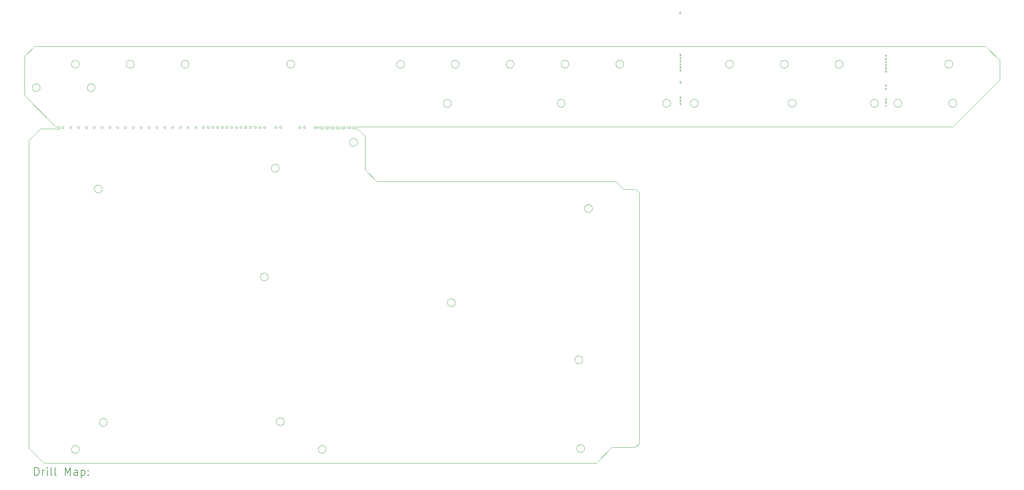
<source format=gbr>
%TF.GenerationSoftware,KiCad,Pcbnew,8.0.3-1.fc40*%
%TF.CreationDate,2024-06-20T20:23:44-04:00*%
%TF.ProjectId,sampler_split_sensor,73616d70-6c65-4725-9f73-706c69745f73,rev?*%
%TF.SameCoordinates,Original*%
%TF.FileFunction,Drillmap*%
%TF.FilePolarity,Positive*%
%FSLAX45Y45*%
G04 Gerber Fmt 4.5, Leading zero omitted, Abs format (unit mm)*
G04 Created by KiCad (PCBNEW 8.0.3-1.fc40) date 2024-06-20 20:23:44*
%MOMM*%
%LPD*%
G01*
G04 APERTURE LIST*
%ADD10C,0.050000*%
%ADD11C,0.200000*%
G04 APERTURE END LIST*
D10*
X2708284Y-5221716D02*
G75*
G02*
X2651716Y-5221716I-28284J0D01*
G01*
X2651716Y-5221716D02*
G75*
G02*
X2708284Y-5221716I28284J0D01*
G01*
X2508284Y-5221716D02*
G75*
G02*
X2451716Y-5221716I-28284J0D01*
G01*
X2451716Y-5221716D02*
G75*
G02*
X2508284Y-5221716I28284J0D01*
G01*
X2308284Y-5221716D02*
G75*
G02*
X2251716Y-5221716I-28284J0D01*
G01*
X2251716Y-5221716D02*
G75*
G02*
X2308284Y-5221716I28284J0D01*
G01*
X3308284Y-5221716D02*
G75*
G02*
X3251716Y-5221716I-28284J0D01*
G01*
X3251716Y-5221716D02*
G75*
G02*
X3308284Y-5221716I28284J0D01*
G01*
X3108284Y-5221716D02*
G75*
G02*
X3051716Y-5221716I-28284J0D01*
G01*
X3051716Y-5221716D02*
G75*
G02*
X3108284Y-5221716I28284J0D01*
G01*
X2908284Y-5221716D02*
G75*
G02*
X2851716Y-5221716I-28284J0D01*
G01*
X2851716Y-5221716D02*
G75*
G02*
X2908284Y-5221716I28284J0D01*
G01*
X3908284Y-5221716D02*
G75*
G02*
X3851716Y-5221716I-28284J0D01*
G01*
X3851716Y-5221716D02*
G75*
G02*
X3908284Y-5221716I28284J0D01*
G01*
X3708284Y-5221716D02*
G75*
G02*
X3651716Y-5221716I-28284J0D01*
G01*
X3651716Y-5221716D02*
G75*
G02*
X3708284Y-5221716I28284J0D01*
G01*
X3508284Y-5221716D02*
G75*
G02*
X3451716Y-5221716I-28284J0D01*
G01*
X3451716Y-5221716D02*
G75*
G02*
X3508284Y-5221716I28284J0D01*
G01*
X4508284Y-5221716D02*
G75*
G02*
X4451716Y-5221716I-28284J0D01*
G01*
X4451716Y-5221716D02*
G75*
G02*
X4508284Y-5221716I28284J0D01*
G01*
X4308284Y-5221716D02*
G75*
G02*
X4251716Y-5221716I-28284J0D01*
G01*
X4251716Y-5221716D02*
G75*
G02*
X4308284Y-5221716I28284J0D01*
G01*
X4108284Y-5221716D02*
G75*
G02*
X4051716Y-5221716I-28284J0D01*
G01*
X4051716Y-5221716D02*
G75*
G02*
X4108284Y-5221716I28284J0D01*
G01*
X5108284Y-5221716D02*
G75*
G02*
X5051716Y-5221716I-28284J0D01*
G01*
X5051716Y-5221716D02*
G75*
G02*
X5108284Y-5221716I28284J0D01*
G01*
X4908284Y-5221716D02*
G75*
G02*
X4851716Y-5221716I-28284J0D01*
G01*
X4851716Y-5221716D02*
G75*
G02*
X4908284Y-5221716I28284J0D01*
G01*
X4708284Y-5221716D02*
G75*
G02*
X4651716Y-5221716I-28284J0D01*
G01*
X4651716Y-5221716D02*
G75*
G02*
X4708284Y-5221716I28284J0D01*
G01*
X5310000Y-5220000D02*
G75*
G02*
X5253432Y-5220000I-28284J0D01*
G01*
X5253432Y-5220000D02*
G75*
G02*
X5310000Y-5220000I28284J0D01*
G01*
X5510000Y-5220000D02*
G75*
G02*
X5453432Y-5220000I-28284J0D01*
G01*
X5453432Y-5220000D02*
G75*
G02*
X5510000Y-5220000I28284J0D01*
G01*
X5710000Y-5220000D02*
G75*
G02*
X5653431Y-5220000I-28284J0D01*
G01*
X5653431Y-5220000D02*
G75*
G02*
X5710000Y-5220000I28284J0D01*
G01*
X6018284Y-5220000D02*
G75*
G02*
X5961716Y-5220000I-28284J0D01*
G01*
X5961716Y-5220000D02*
G75*
G02*
X6018284Y-5220000I28284J0D01*
G01*
X5896568Y-5220000D02*
G75*
G02*
X5840000Y-5220000I-28284J0D01*
G01*
X5840000Y-5220000D02*
G75*
G02*
X5896568Y-5220000I28284J0D01*
G01*
X6136568Y-5220000D02*
G75*
G02*
X6080000Y-5220000I-28284J0D01*
G01*
X6080000Y-5220000D02*
G75*
G02*
X6136568Y-5220000I28284J0D01*
G01*
X6376568Y-5220000D02*
G75*
G02*
X6320000Y-5220000I-28284J0D01*
G01*
X6320000Y-5220000D02*
G75*
G02*
X6376568Y-5220000I28284J0D01*
G01*
X6258284Y-5220000D02*
G75*
G02*
X6201716Y-5220000I-28284J0D01*
G01*
X6201716Y-5220000D02*
G75*
G02*
X6258284Y-5220000I28284J0D01*
G01*
X6498284Y-5220000D02*
G75*
G02*
X6441716Y-5220000I-28284J0D01*
G01*
X6441716Y-5220000D02*
G75*
G02*
X6498284Y-5220000I28284J0D01*
G01*
X6616568Y-5220000D02*
G75*
G02*
X6560000Y-5220000I-28284J0D01*
G01*
X6560000Y-5220000D02*
G75*
G02*
X6616568Y-5220000I28284J0D01*
G01*
X6856568Y-5220000D02*
G75*
G02*
X6800000Y-5220000I-28284J0D01*
G01*
X6800000Y-5220000D02*
G75*
G02*
X6856568Y-5220000I28284J0D01*
G01*
X6738284Y-5220000D02*
G75*
G02*
X6681716Y-5220000I-28284J0D01*
G01*
X6681716Y-5220000D02*
G75*
G02*
X6738284Y-5220000I28284J0D01*
G01*
X6978284Y-5220000D02*
G75*
G02*
X6921716Y-5220000I-28284J0D01*
G01*
X6921716Y-5220000D02*
G75*
G02*
X6978284Y-5220000I28284J0D01*
G01*
X7098284Y-5220000D02*
G75*
G02*
X7041716Y-5220000I-28284J0D01*
G01*
X7041716Y-5220000D02*
G75*
G02*
X7098284Y-5220000I28284J0D01*
G01*
X7220000Y-5220000D02*
G75*
G02*
X7163431Y-5220000I-28284J0D01*
G01*
X7163431Y-5220000D02*
G75*
G02*
X7220000Y-5220000I28284J0D01*
G01*
X7338284Y-5220000D02*
G75*
G02*
X7281716Y-5220000I-28284J0D01*
G01*
X7281716Y-5220000D02*
G75*
G02*
X7338284Y-5220000I28284J0D01*
G01*
X7460000Y-5220000D02*
G75*
G02*
X7403431Y-5220000I-28284J0D01*
G01*
X7403431Y-5220000D02*
G75*
G02*
X7460000Y-5220000I28284J0D01*
G01*
X7748284Y-5220000D02*
G75*
G02*
X7691716Y-5220000I-28284J0D01*
G01*
X7691716Y-5220000D02*
G75*
G02*
X7748284Y-5220000I28284J0D01*
G01*
X7870000Y-5220000D02*
G75*
G02*
X7813431Y-5220000I-28284J0D01*
G01*
X7813431Y-5220000D02*
G75*
G02*
X7870000Y-5220000I28284J0D01*
G01*
X8356568Y-5220000D02*
G75*
G02*
X8300000Y-5220000I-28284J0D01*
G01*
X8300000Y-5220000D02*
G75*
G02*
X8356568Y-5220000I28284J0D01*
G01*
X8478284Y-5220000D02*
G75*
G02*
X8421716Y-5220000I-28284J0D01*
G01*
X8421716Y-5220000D02*
G75*
G02*
X8478284Y-5220000I28284J0D01*
G01*
X8717678Y-5197322D02*
X8767678Y-5197322D01*
X8767678Y-5197322D02*
G75*
G02*
X8792678Y-5222322I0J-25000D01*
G01*
X8692678Y-5222322D02*
G75*
G02*
X8717678Y-5197322I25000J0D01*
G01*
X8717678Y-5247322D02*
G75*
G02*
X8692678Y-5222322I0J25000D01*
G01*
X8767678Y-5247322D02*
X8717678Y-5247322D01*
X8792678Y-5222322D02*
G75*
G02*
X8767678Y-5247322I-25000J0D01*
G01*
X8927322Y-5225000D02*
G75*
G02*
X8902322Y-5250000I-25000J0D01*
G01*
X9185000Y-5252678D02*
X9135000Y-5252678D01*
X8995000Y-5250000D02*
G75*
G02*
X8970000Y-5225000I0J25000D01*
G01*
X8970000Y-5225000D02*
G75*
G02*
X8995000Y-5199999I25000J0D01*
G01*
X8995000Y-5200000D02*
X9045000Y-5200000D01*
X9070000Y-5225000D02*
G75*
G02*
X9045000Y-5249999I-25000J0D01*
G01*
X9045000Y-5200000D02*
G75*
G02*
X9070000Y-5225000I2J-24998D01*
G01*
X9045000Y-5250000D02*
X8995000Y-5250000D01*
X9210000Y-5227678D02*
G75*
G02*
X9185000Y-5252678I-24999J0D01*
G01*
X8902322Y-5200000D02*
G75*
G02*
X8927322Y-5225000I0J-25000D01*
G01*
X9110000Y-5227678D02*
G75*
G02*
X9135000Y-5202678I25000J1D01*
G01*
X8852322Y-5250000D02*
G75*
G02*
X8827322Y-5225000I0J25000D01*
G01*
X8902322Y-5250000D02*
X8852322Y-5250000D01*
X8852322Y-5200000D02*
X8902322Y-5200000D01*
X9135000Y-5252678D02*
G75*
G02*
X9110000Y-5227678I0J25000D01*
G01*
X9185000Y-5202678D02*
G75*
G02*
X9210000Y-5227678I5J-24995D01*
G01*
X8827322Y-5225000D02*
G75*
G02*
X8852322Y-5200000I25000J0D01*
G01*
X9135000Y-5202678D02*
X9185000Y-5202678D01*
X9557678Y-5247322D02*
G75*
G02*
X9532678Y-5222322I0J25000D01*
G01*
X9532678Y-5222322D02*
G75*
G02*
X9557678Y-5197322I25000J0D01*
G01*
X9557678Y-5197322D02*
X9607678Y-5197322D01*
X9632678Y-5222322D02*
G75*
G02*
X9607678Y-5247322I-25000J0D01*
G01*
X9607678Y-5197322D02*
G75*
G02*
X9632678Y-5222322I0J-25000D01*
G01*
X9607678Y-5247322D02*
X9557678Y-5247322D01*
X9325000Y-5250000D02*
X9275000Y-5250000D01*
X9275000Y-5200000D02*
X9325000Y-5200000D01*
X9350000Y-5225000D02*
G75*
G02*
X9325000Y-5250000I-25000J0D01*
G01*
X9275000Y-5250000D02*
G75*
G02*
X9250000Y-5225000I0J25000D01*
G01*
X9325000Y-5200000D02*
G75*
G02*
X9350000Y-5225000I0J-25000D01*
G01*
X9250000Y-5225000D02*
G75*
G02*
X9275000Y-5200000I25000J0D01*
G01*
X9415000Y-5200000D02*
X9465000Y-5200000D01*
X9465000Y-5250000D02*
X9415000Y-5250000D01*
X9465000Y-5200000D02*
G75*
G02*
X9490000Y-5225000I0J-25000D01*
G01*
X9490000Y-5225000D02*
G75*
G02*
X9465000Y-5250000I-25000J0D01*
G01*
X9390000Y-5225000D02*
G75*
G02*
X9415000Y-5200000I25000J0D01*
G01*
X9415000Y-5250000D02*
G75*
G02*
X9390000Y-5225000I0J25000D01*
G01*
X2700000Y-3600000D02*
G75*
G02*
X2500000Y-3600000I-100000J0D01*
G01*
X2500000Y-3600000D02*
G75*
G02*
X2700000Y-3600000I100000J0D01*
G01*
X4100000Y-3600000D02*
G75*
G02*
X3900000Y-3600000I-100000J0D01*
G01*
X3900000Y-3600000D02*
G75*
G02*
X4100000Y-3600000I100000J0D01*
G01*
X5500000Y-3600000D02*
G75*
G02*
X5300000Y-3600000I-100000J0D01*
G01*
X5300000Y-3600000D02*
G75*
G02*
X5500000Y-3600000I100000J0D01*
G01*
X8200000Y-3600000D02*
G75*
G02*
X8000000Y-3600000I-100000J0D01*
G01*
X8000000Y-3600000D02*
G75*
G02*
X8200000Y-3600000I100000J0D01*
G01*
X11000000Y-3600000D02*
G75*
G02*
X10800000Y-3600000I-100000J0D01*
G01*
X10800000Y-3600000D02*
G75*
G02*
X11000000Y-3600000I100000J0D01*
G01*
X12400000Y-3600000D02*
G75*
G02*
X12200000Y-3600000I-100000J0D01*
G01*
X12200000Y-3600000D02*
G75*
G02*
X12400000Y-3600000I100000J0D01*
G01*
X13800000Y-3600000D02*
G75*
G02*
X13600000Y-3600000I-100000J0D01*
G01*
X13600000Y-3600000D02*
G75*
G02*
X13800000Y-3600000I100000J0D01*
G01*
X15200000Y-3600000D02*
G75*
G02*
X15000000Y-3600000I-100000J0D01*
G01*
X15000000Y-3600000D02*
G75*
G02*
X15200000Y-3600000I100000J0D01*
G01*
X16600000Y-3600000D02*
G75*
G02*
X16400000Y-3600000I-100000J0D01*
G01*
X16400000Y-3600000D02*
G75*
G02*
X16600000Y-3600000I100000J0D01*
G01*
X19400000Y-3600000D02*
G75*
G02*
X19200000Y-3600000I-100000J0D01*
G01*
X19200000Y-3600000D02*
G75*
G02*
X19400000Y-3600000I100000J0D01*
G01*
X20800000Y-3600000D02*
G75*
G02*
X20600000Y-3600000I-100000J0D01*
G01*
X20600000Y-3600000D02*
G75*
G02*
X20800000Y-3600000I100000J0D01*
G01*
X22200000Y-3600000D02*
G75*
G02*
X22000000Y-3600000I-100000J0D01*
G01*
X22000000Y-3600000D02*
G75*
G02*
X22200000Y-3600000I100000J0D01*
G01*
X21000000Y-4600000D02*
G75*
G02*
X20800000Y-4600000I-100000J0D01*
G01*
X20800000Y-4600000D02*
G75*
G02*
X21000000Y-4600000I100000J0D01*
G01*
X12300000Y-9700000D02*
G75*
G02*
X12100000Y-9700000I-100000J0D01*
G01*
X12100000Y-9700000D02*
G75*
G02*
X12300000Y-9700000I100000J0D01*
G01*
X15800000Y-7290000D02*
G75*
G02*
X15600000Y-7290000I-100000J0D01*
G01*
X15600000Y-7290000D02*
G75*
G02*
X15800000Y-7290000I100000J0D01*
G01*
X9800000Y-5600000D02*
G75*
G02*
X9600000Y-5600000I-100000J0D01*
G01*
X9600000Y-5600000D02*
G75*
G02*
X9800000Y-5600000I100000J0D01*
G01*
X25000000Y-3600000D02*
G75*
G02*
X24800000Y-3600000I-100000J0D01*
G01*
X24800000Y-3600000D02*
G75*
G02*
X25000000Y-3600000I100000J0D01*
G01*
X25100000Y-4600000D02*
G75*
G02*
X24900000Y-4600000I-100000J0D01*
G01*
X24900000Y-4600000D02*
G75*
G02*
X25100000Y-4600000I100000J0D01*
G01*
X23700000Y-4600000D02*
G75*
G02*
X23500000Y-4600000I-100000J0D01*
G01*
X23500000Y-4600000D02*
G75*
G02*
X23700000Y-4600000I100000J0D01*
G01*
X1700000Y-4200000D02*
G75*
G02*
X1500000Y-4200000I-100000J0D01*
G01*
X1500000Y-4200000D02*
G75*
G02*
X1700000Y-4200000I100000J0D01*
G01*
X3100000Y-4200000D02*
G75*
G02*
X2900000Y-4200000I-100000J0D01*
G01*
X2900000Y-4200000D02*
G75*
G02*
X3100000Y-4200000I100000J0D01*
G01*
X12200000Y-4600000D02*
G75*
G02*
X12000000Y-4600000I-100000J0D01*
G01*
X12000000Y-4600000D02*
G75*
G02*
X12200000Y-4600000I100000J0D01*
G01*
X26200000Y-3500000D02*
X26200000Y-4000000D01*
X25000000Y-5200000D01*
X9700000Y-5200000D01*
X9680000Y-5210000D01*
X9680000Y-5240000D01*
X9700000Y-5250000D01*
X9800000Y-5250000D01*
X10000000Y-5450000D01*
X10000000Y-6300000D01*
X10300000Y-6600000D01*
X16400000Y-6600000D01*
X16600000Y-6800000D01*
X16910000Y-6800000D01*
X17000000Y-6890000D01*
X17000000Y-13300000D01*
X16900000Y-13400000D01*
X16300000Y-13400000D01*
X15900000Y-13800000D01*
X1800000Y-13800000D01*
X1410000Y-13410000D01*
X1410000Y-5550000D01*
X1710000Y-5250000D01*
X2200000Y-5250000D01*
X2200000Y-5200000D01*
X2100000Y-5200000D01*
X1300000Y-4400000D01*
X1300000Y-3400000D01*
X1560000Y-3140000D01*
X25840000Y-3140000D01*
X26200000Y-3500000D01*
X18060000Y-3460000D02*
X18030000Y-3460000D01*
X18030000Y-3420000D01*
X18060000Y-3420000D01*
X18060000Y-3460000D01*
X18060000Y-3380000D02*
X18030000Y-3380000D01*
X18030000Y-3340000D01*
X18060000Y-3340000D01*
X18060000Y-3380000D01*
X18060000Y-3540000D02*
X18030000Y-3540000D01*
X18030000Y-3500000D01*
X18060000Y-3500000D01*
X18060000Y-3540000D01*
X18060000Y-3700000D02*
X18030000Y-3700000D01*
X18030000Y-3660000D01*
X18060000Y-3660000D01*
X18060000Y-3700000D01*
X18060000Y-3620000D02*
X18030000Y-3620000D01*
X18030000Y-3580000D01*
X18060000Y-3580000D01*
X18060000Y-3620000D01*
X18060000Y-3780000D02*
X18030000Y-3780000D01*
X18030000Y-3740000D01*
X18060000Y-3740000D01*
X18060000Y-3780000D01*
X18060000Y-4080000D02*
X18030000Y-4080000D01*
X18030000Y-4030000D01*
X18060000Y-4030000D01*
X18060000Y-4080000D01*
X18060000Y-4470000D02*
X18030000Y-4470000D01*
X18030000Y-4430000D01*
X18060000Y-4430000D01*
X18060000Y-4470000D01*
X18060000Y-4550000D02*
X18030000Y-4550000D01*
X18030000Y-4510000D01*
X18060000Y-4510000D01*
X18060000Y-4550000D01*
X23300000Y-3480000D02*
X23280000Y-3480000D01*
X23280000Y-3440000D01*
X23300000Y-3440000D01*
X23300000Y-3480000D01*
X23300000Y-3400000D02*
X23280000Y-3400000D01*
X23280000Y-3360000D01*
X23300000Y-3360000D01*
X23300000Y-3400000D01*
X23300000Y-3800000D02*
X23280000Y-3800000D01*
X23280000Y-3760000D01*
X23300000Y-3760000D01*
X23300000Y-3800000D01*
X23300000Y-3640000D02*
X23280000Y-3640000D01*
X23280000Y-3600000D01*
X23300000Y-3600000D01*
X23300000Y-3640000D01*
X23300000Y-3720000D02*
X23280000Y-3720000D01*
X23280000Y-3680000D01*
X23300000Y-3680000D01*
X23300000Y-3720000D01*
X23300000Y-3560000D02*
X23280000Y-3560000D01*
X23280000Y-3520000D01*
X23300000Y-3520000D01*
X23300000Y-3560000D01*
X23300000Y-4170000D02*
X23280000Y-4170000D01*
X23280000Y-4130000D01*
X23300000Y-4130000D01*
X23300000Y-4170000D01*
X23300000Y-4520000D02*
X23280000Y-4520000D01*
X23280000Y-4480000D01*
X23300000Y-4480000D01*
X23300000Y-4520000D01*
X23300000Y-4680000D02*
X23280000Y-4680000D01*
X23280000Y-4640000D01*
X23300000Y-4640000D01*
X23300000Y-4680000D01*
X23300000Y-4600000D02*
X23280000Y-4600000D01*
X23280000Y-4560000D01*
X23300000Y-4560000D01*
X23300000Y-4600000D01*
X23300000Y-4250000D02*
X23280000Y-4250000D01*
X23280000Y-4210000D01*
X23300000Y-4210000D01*
X23300000Y-4250000D01*
X18060000Y-4630000D02*
X18030000Y-4630000D01*
X18030000Y-4590000D01*
X18060000Y-4590000D01*
X18060000Y-4630000D01*
X18047000Y-2301500D02*
X18027000Y-2301500D01*
X18027000Y-2261500D01*
X18047000Y-2261500D01*
X18047000Y-2301500D01*
X3283569Y-6791500D02*
G75*
G02*
X3083569Y-6791500I-100000J0D01*
G01*
X3083569Y-6791500D02*
G75*
G02*
X3283569Y-6791500I100000J0D01*
G01*
X3411569Y-12760000D02*
G75*
G02*
X3211569Y-12760000I-100000J0D01*
G01*
X3211569Y-12760000D02*
G75*
G02*
X3411569Y-12760000I100000J0D01*
G01*
X15551569Y-11160000D02*
G75*
G02*
X15351569Y-11160000I-100000J0D01*
G01*
X15351569Y-11160000D02*
G75*
G02*
X15551569Y-11160000I100000J0D01*
G01*
X15601569Y-13430000D02*
G75*
G02*
X15401569Y-13430000I-100000J0D01*
G01*
X15401569Y-13430000D02*
G75*
G02*
X15601569Y-13430000I100000J0D01*
G01*
X17800000Y-4600000D02*
G75*
G02*
X17600000Y-4600000I-100000J0D01*
G01*
X17600000Y-4600000D02*
G75*
G02*
X17800000Y-4600000I100000J0D01*
G01*
X7521569Y-9040000D02*
G75*
G02*
X7321569Y-9040000I-100000J0D01*
G01*
X7321569Y-9040000D02*
G75*
G02*
X7521569Y-9040000I100000J0D01*
G01*
X2701569Y-13450000D02*
G75*
G02*
X2501569Y-13450000I-100000J0D01*
G01*
X2501569Y-13450000D02*
G75*
G02*
X2701569Y-13450000I100000J0D01*
G01*
X18500000Y-4600000D02*
G75*
G02*
X18300000Y-4600000I-100000J0D01*
G01*
X18300000Y-4600000D02*
G75*
G02*
X18500000Y-4600000I100000J0D01*
G01*
X7931569Y-12740000D02*
G75*
G02*
X7731569Y-12740000I-100000J0D01*
G01*
X7731569Y-12740000D02*
G75*
G02*
X7931569Y-12740000I100000J0D01*
G01*
X23100000Y-4600000D02*
G75*
G02*
X22900000Y-4600000I-100000J0D01*
G01*
X22900000Y-4600000D02*
G75*
G02*
X23100000Y-4600000I100000J0D01*
G01*
X15100000Y-4600000D02*
G75*
G02*
X14900000Y-4600000I-100000J0D01*
G01*
X14900000Y-4600000D02*
G75*
G02*
X15100000Y-4600000I100000J0D01*
G01*
X9001569Y-13450000D02*
G75*
G02*
X8801569Y-13450000I-100000J0D01*
G01*
X8801569Y-13450000D02*
G75*
G02*
X9001569Y-13450000I100000J0D01*
G01*
X7801569Y-6260000D02*
G75*
G02*
X7601569Y-6260000I-100000J0D01*
G01*
X7601569Y-6260000D02*
G75*
G02*
X7801569Y-6260000I100000J0D01*
G01*
D11*
X1558277Y-14113984D02*
X1558277Y-13913984D01*
X1558277Y-13913984D02*
X1605896Y-13913984D01*
X1605896Y-13913984D02*
X1634467Y-13923508D01*
X1634467Y-13923508D02*
X1653515Y-13942555D01*
X1653515Y-13942555D02*
X1663039Y-13961603D01*
X1663039Y-13961603D02*
X1672562Y-13999698D01*
X1672562Y-13999698D02*
X1672562Y-14028269D01*
X1672562Y-14028269D02*
X1663039Y-14066365D01*
X1663039Y-14066365D02*
X1653515Y-14085412D01*
X1653515Y-14085412D02*
X1634467Y-14104460D01*
X1634467Y-14104460D02*
X1605896Y-14113984D01*
X1605896Y-14113984D02*
X1558277Y-14113984D01*
X1758277Y-14113984D02*
X1758277Y-13980650D01*
X1758277Y-14018746D02*
X1767801Y-13999698D01*
X1767801Y-13999698D02*
X1777324Y-13990174D01*
X1777324Y-13990174D02*
X1796372Y-13980650D01*
X1796372Y-13980650D02*
X1815420Y-13980650D01*
X1882086Y-14113984D02*
X1882086Y-13980650D01*
X1882086Y-13913984D02*
X1872562Y-13923508D01*
X1872562Y-13923508D02*
X1882086Y-13933031D01*
X1882086Y-13933031D02*
X1891610Y-13923508D01*
X1891610Y-13923508D02*
X1882086Y-13913984D01*
X1882086Y-13913984D02*
X1882086Y-13933031D01*
X2005896Y-14113984D02*
X1986848Y-14104460D01*
X1986848Y-14104460D02*
X1977324Y-14085412D01*
X1977324Y-14085412D02*
X1977324Y-13913984D01*
X2110658Y-14113984D02*
X2091610Y-14104460D01*
X2091610Y-14104460D02*
X2082086Y-14085412D01*
X2082086Y-14085412D02*
X2082086Y-13913984D01*
X2339229Y-14113984D02*
X2339229Y-13913984D01*
X2339229Y-13913984D02*
X2405896Y-14056841D01*
X2405896Y-14056841D02*
X2472563Y-13913984D01*
X2472563Y-13913984D02*
X2472563Y-14113984D01*
X2653515Y-14113984D02*
X2653515Y-14009222D01*
X2653515Y-14009222D02*
X2643991Y-13990174D01*
X2643991Y-13990174D02*
X2624944Y-13980650D01*
X2624944Y-13980650D02*
X2586848Y-13980650D01*
X2586848Y-13980650D02*
X2567801Y-13990174D01*
X2653515Y-14104460D02*
X2634467Y-14113984D01*
X2634467Y-14113984D02*
X2586848Y-14113984D01*
X2586848Y-14113984D02*
X2567801Y-14104460D01*
X2567801Y-14104460D02*
X2558277Y-14085412D01*
X2558277Y-14085412D02*
X2558277Y-14066365D01*
X2558277Y-14066365D02*
X2567801Y-14047317D01*
X2567801Y-14047317D02*
X2586848Y-14037793D01*
X2586848Y-14037793D02*
X2634467Y-14037793D01*
X2634467Y-14037793D02*
X2653515Y-14028269D01*
X2748753Y-13980650D02*
X2748753Y-14180650D01*
X2748753Y-13990174D02*
X2767801Y-13980650D01*
X2767801Y-13980650D02*
X2805896Y-13980650D01*
X2805896Y-13980650D02*
X2824943Y-13990174D01*
X2824943Y-13990174D02*
X2834467Y-13999698D01*
X2834467Y-13999698D02*
X2843991Y-14018746D01*
X2843991Y-14018746D02*
X2843991Y-14075888D01*
X2843991Y-14075888D02*
X2834467Y-14094936D01*
X2834467Y-14094936D02*
X2824943Y-14104460D01*
X2824943Y-14104460D02*
X2805896Y-14113984D01*
X2805896Y-14113984D02*
X2767801Y-14113984D01*
X2767801Y-14113984D02*
X2748753Y-14104460D01*
X2929705Y-14094936D02*
X2939229Y-14104460D01*
X2939229Y-14104460D02*
X2929705Y-14113984D01*
X2929705Y-14113984D02*
X2920182Y-14104460D01*
X2920182Y-14104460D02*
X2929705Y-14094936D01*
X2929705Y-14094936D02*
X2929705Y-14113984D01*
X2929705Y-13990174D02*
X2939229Y-13999698D01*
X2939229Y-13999698D02*
X2929705Y-14009222D01*
X2929705Y-14009222D02*
X2920182Y-13999698D01*
X2920182Y-13999698D02*
X2929705Y-13990174D01*
X2929705Y-13990174D02*
X2929705Y-14009222D01*
M02*

</source>
